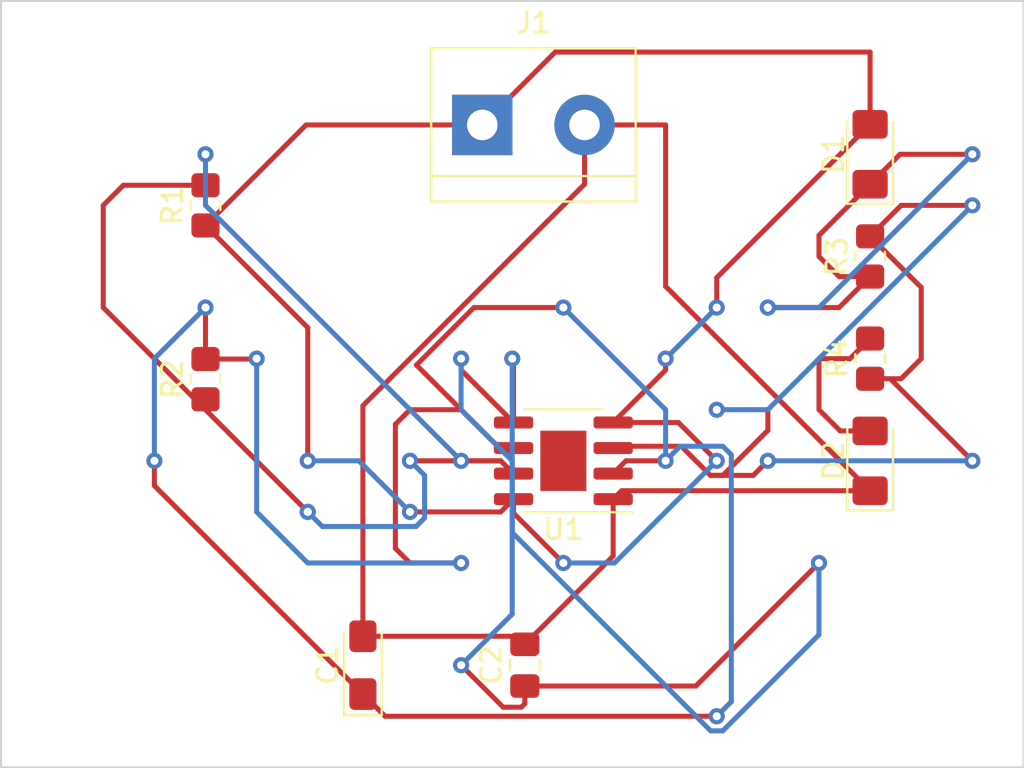
<source format=kicad_pcb>
(kicad_pcb (version 20211014) (generator pcbnew)
  (layers (0 "F.Cu" signal) (31 "B.Cu" signal) (34 "B.Paste" user) (35 "F.Paste" user) (36 "B.SilkS" user "B.Silkscreen") (37 "F.SilkS" user "F.Silkscreen") (38 "B.Mask" user) (39 "F.Mask" user) (44 "Edge.Cuts" user))
  (net 0 "")
  (net 1 "/pin_2")
  (net 2 "GND")
  (net 3 "Net-(C2-Pad1)")
  (net 4 "Net-(D1-Pad1)")
  (net 5 "+9V")
  (net 6 "Net-(D2-Pad2)")
  (net 7 "/pin_7")
  (net 8 "/pin_3")
  (footprint "Resistor_SMD:R_0805_2012Metric_Pad1.20x1.40mm_HandSolder" (layer "F.Cu") (at 144.78 83.82 90)
    (fp_text reference "R3" (at 0 -1.65 90) (layer "F.SilkS"))
    (fp_text value "1k")
    (fp_line (start -0.227064 0.735) (end 0.227064 0.735) (layer "F.SilkS") (width 0.12))
    (fp_line (start -0.227064 -0.735) (end 0.227064 -0.735) (layer "F.SilkS") (width 0.12))
    (pad "1" smd roundrect (at -1 0 90) (size 1.2 1.4) (layers "F.Cu" "F.Paste" "F.Mask") (roundrect_rratio 0.208333) (net 4 "Net-(D1-Pad1)"))
    (pad "2" smd roundrect (at 1 0 90) (size 1.2 1.4) (layers "F.Cu" "F.Paste" "F.Mask") (roundrect_rratio 0.208333) (net 8 "/pin_3"))
  )
  (footprint "Resistor_SMD:R_0805_2012Metric_Pad1.20x1.40mm_HandSolder" (layer "F.Cu") (at 144.78 88.9 90)
    (fp_text reference "R4" (at 0 -1.65 90) (layer "F.SilkS"))
    (fp_text value "1k")
    (fp_line (start -0.227064 0.735) (end 0.227064 0.735) (layer "F.SilkS") (width 0.12))
    (fp_line (start -0.227064 -0.735) (end 0.227064 -0.735) (layer "F.SilkS") (width 0.12))
    (pad "1" smd roundrect (at -1 0 90) (size 1.2 1.4) (layers "F.Cu" "F.Paste" "F.Mask") (roundrect_rratio 0.208333) (net 8 "/pin_3"))
    (pad "2" smd roundrect (at 1 0 90) (size 1.2 1.4) (layers "F.Cu" "F.Paste" "F.Mask") (roundrect_rratio 0.208333) (net 6 "Net-(D2-Pad2)"))
  )
  (footprint "Resistor_SMD:R_0805_2012Metric_Pad1.20x1.40mm_HandSolder" (layer "F.Cu") (at 111.76 81.28 90)
    (fp_text reference "R1" (at 0 -1.65 90) (layer "F.SilkS"))
    (fp_text value "1k")
    (fp_line (start -0.227064 0.735) (end 0.227064 0.735) (layer "F.SilkS") (width 0.12))
    (fp_line (start -0.227064 -0.735) (end 0.227064 -0.735) (layer "F.SilkS") (width 0.12))
    (pad "1" smd roundrect (at -1 0 90) (size 1.2 1.4) (layers "F.Cu" "F.Paste" "F.Mask") (roundrect_rratio 0.208333) (net 5 "+9V"))
    (pad "2" smd roundrect (at 1 0 90) (size 1.2 1.4) (layers "F.Cu" "F.Paste" "F.Mask") (roundrect_rratio 0.208333) (net 7 "/pin_7"))
  )
  (footprint "LED_SMD:LED_1206_3216Metric_Pad1.42x1.75mm_HandSolder" (layer "F.Cu") (at 144.78 78.74 90)
    (fp_text reference "D1" (at 0 -1.82 90) (layer "F.SilkS"))
    (fp_text value "LED")
    (fp_line (start 1.6 -1.135) (end -2.46 -1.135) (layer "F.SilkS") (width 0.12))
    (fp_line (start -2.46 -1.135) (end -2.46 1.135) (layer "F.SilkS") (width 0.12))
    (fp_line (start -2.46 1.135) (end 1.6 1.135) (layer "F.SilkS") (width 0.12))
    (pad "1" smd roundrect (at -1.4875 0 90) (size 1.425 1.75) (layers "F.Cu" "F.Paste" "F.Mask") (roundrect_rratio 0.175439) (net 4 "Net-(D1-Pad1)"))
    (pad "2" smd roundrect (at 1.4875 0 90) (size 1.425 1.75) (layers "F.Cu" "F.Paste" "F.Mask") (roundrect_rratio 0.175439) (net 5 "+9V"))
  )
  (footprint "TerminalBlock:TerminalBlock_bornier-2_P5.08mm" (layer "F.Cu") (at 125.5125 77.28125)
    (fp_text reference "J1" (at 2.54 -5.08) (layer "F.SilkS"))
    (fp_text value "Conn_01x02_Male")
    (fp_line (start 7.62 2.54) (end -2.54 2.54) (layer "F.SilkS") (width 0.12))
    (fp_line (start 7.62 3.81) (end 7.62 -3.81) (layer "F.SilkS") (width 0.12))
    (fp_line (start -2.54 3.81) (end 7.62 3.81) (layer "F.SilkS") (width 0.12))
    (fp_line (start 7.62 -3.81) (end -2.54 -3.81) (layer "F.SilkS") (width 0.12))
    (fp_line (start -2.54 -3.81) (end -2.54 3.81) (layer "F.SilkS") (width 0.12))
    (pad "1" thru_hole rect (at 0 0) (size 3 3) (drill 1.52) (layers *.Cu *.Mask) (net 5 "+9V"))
    (pad "2" thru_hole circle (at 5.08 0) (size 3 3) (drill 1.52) (layers *.Cu *.Mask) (net 2 "GND"))
  )
  (footprint "Resistor_SMD:R_0805_2012Metric_Pad1.20x1.40mm_HandSolder" (layer "F.Cu") (at 111.76 89.92 90)
    (fp_text reference "R2" (at 0 -1.65 90) (layer "F.SilkS"))
    (fp_text value "10k")
    (fp_line (start -0.227064 0.735) (end 0.227064 0.735) (layer "F.SilkS") (width 0.12))
    (fp_line (start -0.227064 -0.735) (end 0.227064 -0.735) (layer "F.SilkS") (width 0.12))
    (pad "1" smd roundrect (at -1 0 90) (size 1.2 1.4) (layers "F.Cu" "F.Paste" "F.Mask") (roundrect_rratio 0.208333) (net 7 "/pin_7"))
    (pad "2" smd roundrect (at 1 0 90) (size 1.2 1.4) (layers "F.Cu" "F.Paste" "F.Mask") (roundrect_rratio 0.208333) (net 1 "/pin_2"))
  )
  (footprint "Capacitor_Tantalum_SMD:CP_EIA-3216-18_Kemet-A_Pad1.58x1.35mm_HandSolder" (layer "F.Cu") (at 119.58 104.14 90)
    (fp_text reference "C1" (at 0 -1.75 90) (layer "F.SilkS"))
    (fp_text value "10uF")
    (fp_line (start -2.485 -0.935) (end -2.485 0.935) (layer "F.SilkS") (width 0.12))
    (fp_line (start 1.6 -0.935) (end -2.485 -0.935) (layer "F.SilkS") (width 0.12))
    (fp_line (start -2.485 0.935) (end 1.6 0.935) (layer "F.SilkS") (width 0.12))
    (pad "1" smd roundrect (at -1.4375 0 90) (size 1.575 1.35) (layers "F.Cu" "F.Paste" "F.Mask") (roundrect_rratio 0.185185) (net 1 "/pin_2"))
    (pad "2" smd roundrect (at 1.4375 0 90) (size 1.575 1.35) (layers "F.Cu" "F.Paste" "F.Mask") (roundrect_rratio 0.185185) (net 2 "GND"))
  )
  (footprint "Package_SO:SOIC-8-1EP_3.9x4.9mm_P1.27mm_EP2.29x3mm" (layer "F.Cu") (at 129.54 93.98 180)
    (fp_text reference "U1" (at 0 -3.4) (layer "F.SilkS"))
    (fp_text value "NE555D")
    (fp_line (start 0 2.56) (end -1.95 2.56) (layer "F.SilkS") (width 0.12))
    (fp_line (start 0 2.56) (end 1.95 2.56) (layer "F.SilkS") (width 0.12))
    (fp_line (start 0 -2.56) (end -3.45 -2.56) (layer "F.SilkS") (width 0.12))
    (fp_line (start 0 -2.56) (end 1.95 -2.56) (layer "F.SilkS") (width 0.12))
    (pad "1" smd roundrect (at -2.475 -1.905 180) (size 1.95 0.6) (layers "F.Cu" "F.Paste" "F.Mask") (net 2 "GND"))
    (pad "2" smd roundrect (at -2.475 -0.635 180) (size 1.95 0.6) (layers "F.Cu" "F.Paste" "F.Mask") (net 1 "/pin_2"))
    (pad "3" smd roundrect (at -2.475 0.635 180) (size 1.95 0.6) (layers "F.Cu" "F.Paste" "F.Mask") (net 8 "/pin_3"))
    (pad "4" smd roundrect (at -2.475 1.905 180) (size 1.95 0.6) (layers "F.Cu" "F.Paste" "F.Mask") (net 5 "+9V"))
    (pad "5" smd roundrect (at 2.475 1.905 180) (size 1.95 0.6) (layers "F.Cu" "F.Paste" "F.Mask") (net 3 "Net-(C2-Pad1)"))
    (pad "6" smd roundrect (at 2.475 0.635 180) (size 1.95 0.6) (layers "F.Cu" "F.Paste" "F.Mask") (net 1 "/pin_2"))
    (pad "7" smd roundrect (at 2.475 -0.635 180) (size 1.95 0.6) (layers "F.Cu" "F.Paste" "F.Mask") (net 7 "/pin_7"))
    (pad "8" smd roundrect (at 2.475 -1.905 180) (size 1.95 0.6) (layers "F.Cu" "F.Paste" "F.Mask") (net 5 "+9V"))
    (pad "9" smd rect (at 0 0 180) (size 2.29 3) (layers "F.Cu" "F.Mask"))
  )
  (footprint "Capacitor_SMD:C_0805_2012Metric_Pad1.18x1.45mm_HandSolder" (layer "F.Cu") (at 127.625 104.14 90)
    (fp_text reference "C2" (at 0 -1.68 270) (layer "F.SilkS"))
    (fp_text value "0.01uF")
    (fp_line (start -0.261252 0.735) (end 0.261252 0.735) (layer "F.SilkS") (width 0.12))
    (fp_line (start -0.261252 -0.735) (end 0.261252 -0.735) (layer "F.SilkS") (width 0.12))
    (pad "1" smd roundrect (at -1.0375 0 90) (size 1.175 1.45) (layers "F.Cu" "F.Paste" "F.Mask") (roundrect_rratio 0.212766) (net 3 "Net-(C2-Pad1)"))
    (pad "2" smd roundrect (at 1.0375 0 90) (size 1.175 1.45) (layers "F.Cu" "F.Paste" "F.Mask") (roundrect_rratio 0.212766) (net 2 "GND"))
  )
  (footprint "LED_SMD:LED_1206_3216Metric_Pad1.42x1.75mm_HandSolder" (layer "F.Cu") (at 144.78 93.98 90)
    (fp_text reference "D2" (at 0 -1.82 90) (layer "F.SilkS"))
    (fp_text value "LED")
    (fp_line (start -2.46 -1.135) (end -2.46 1.135) (layer "F.SilkS") (width 0.12))
    (fp_line (start -2.46 1.135) (end 1.6 1.135) (layer "F.SilkS") (width 0.12))
    (fp_line (start 1.6 -1.135) (end -2.46 -1.135) (layer "F.SilkS") (width 0.12))
    (pad "1" smd roundrect (at -1.4875 0 90) (size 1.425 1.75) (layers "F.Cu" "F.Paste" "F.Mask") (roundrect_rratio 0.175439) (net 2 "GND"))
    (pad "2" smd roundrect (at 1.4875 0 90) (size 1.425 1.75) (layers "F.Cu" "F.Paste" "F.Mask") (roundrect_rratio 0.175439) (net 6 "Net-(D2-Pad2)"))
  )
  (gr_rect (start 101.6 71.12) (end 152.4 109.22) (layer "Edge.Cuts") (width 0.1) (fill none))
  (segment (start 109.22 95.2175) (end 109.22 93.98) (width 0.25) (layer "F.Cu") (net 1))
  (segment (start 132.65 93.98) (end 134.62 93.98) (width 0.25) (layer "F.Cu") (net 1))
  (segment (start 121.92 91.44) (end 121.195 92.165) (width 0.25) (layer "F.Cu") (net 1))
  (segment (start 126.365 93.345) (end 124.46 91.44) (width 0.25) (layer "F.Cu") (net 1))
  (segment (start 114.28 88.92) (end 114.3 88.9) (width 0.25) (layer "F.Cu") (net 1))
  (segment (start 127.065 93.345) (end 126.365 93.345) (width 0.25) (layer "F.Cu") (net 1))
  (segment (start 124.46 91.44) (end 121.92 91.44) (width 0.25) (layer "F.Cu") (net 1))
  (segment (start 111.76 88.92) (end 114.28 88.92) (width 0.25) (layer "F.Cu") (net 1))
  (segment (start 125.096396 86.36) (end 129.54 86.36) (width 0.25) (layer "F.Cu") (net 1))
  (segment (start 127.065 93.345) (end 127 93.41) (width 0.25) (layer "F.Cu") (net 1))
  (segment (start 111.76 88.92) (end 111.76 86.36) (width 0.25) (layer "F.Cu") (net 1))
  (segment (start 119.58 105.5775) (end 109.22 95.2175) (width 0.25) (layer "F.Cu") (net 1))
  (segment (start 121.195 98.335) (end 121.92 99.06) (width 0.25) (layer "F.Cu") (net 1))
  (segment (start 132.015 94.615) (end 132.65 93.98) (width 0.25) (layer "F.Cu") (net 1))
  (segment (start 126.43 93.41) (end 122.238198 89.218198) (width 0.25) (layer "F.Cu") (net 1))
  (segment (start 121.92 99.06) (end 124.46 99.06) (width 0.25) (layer "F.Cu") (net 1))
  (segment (start 127 93.41) (end 126.43 93.41) (width 0.25) (layer "F.Cu") (net 1))
  (segment (start 119.58 105.5775) (end 120.6825 106.68) (width 0.25) (layer "F.Cu") (net 1))
  (segment (start 122.238198 89.218198) (end 125.096396 86.36) (width 0.25) (layer "F.Cu") (net 1))
  (segment (start 121.195 92.165) (end 121.195 98.335) (width 0.25) (layer "F.Cu") (net 1))
  (segment (start 120.6825 106.68) (end 137.16 106.68) (width 0.25) (layer "F.Cu") (net 1))
  (via (at 114.3 88.9) (size 0.8) (drill 0.4) (layers "F.Cu" "B.Cu") (net 1))
  (via (at 129.54 86.36) (size 0.8) (drill 0.4) (layers "F.Cu" "B.Cu") (net 1))
  (via (at 134.62 93.98) (size 0.8) (drill 0.4) (layers "F.Cu" "B.Cu") (net 1))
  (via (at 137.16 106.68) (size 0.8) (drill 0.4) (layers "F.Cu" "B.Cu") (net 1))
  (via (at 109.22 93.98) (size 0.8) (drill 0.4) (layers "F.Cu" "B.Cu") (net 1))
  (via (at 111.76 86.36) (size 0.8) (drill 0.4) (layers "F.Cu" "B.Cu") (net 1))
  (via (at 124.46 99.06) (size 0.8) (drill 0.4) (layers "F.Cu" "B.Cu") (net 1))
  (segment (start 137.460305 93.255) (end 137.885 93.679695) (width 0.25) (layer "B.Cu") (net 1))
  (segment (start 134.62 93.98) (end 135.345 93.255) (width 0.25) (layer "B.Cu") (net 1))
  (segment (start 134.62 91.44) (end 134.62 93.98) (width 0.25) (layer "B.Cu") (net 1))
  (segment (start 135.345 93.255) (end 137.460305 93.255) (width 0.25) (layer "B.Cu") (net 1))
  (segment (start 116.84 99.06) (end 114.3 96.52) (width 0.25) (layer "B.Cu") (net 1))
  (segment (start 109.22 93.98) (end 109.22 88.9) (width 0.25) (layer "B.Cu") (net 1))
  (segment (start 137.885 105.955) (end 137.16 106.68) (width 0.25) (layer "B.Cu") (net 1))
  (segment (start 124.46 99.06) (end 116.84 99.06) (width 0.25) (layer "B.Cu") (net 1))
  (segment (start 114.3 96.52) (end 114.3 88.9) (width 0.25) (layer "B.Cu") (net 1))
  (segment (start 109.22 88.9) (end 111.76 86.36) (width 0.25) (layer "B.Cu") (net 1))
  (segment (start 129.54 86.36) (end 134.62 91.44) (width 0.25) (layer "B.Cu") (net 1))
  (segment (start 137.885 93.679695) (end 137.885 105.955) (width 0.25) (layer "B.Cu") (net 1))
  (segment (start 127.225 102.7025) (end 119.58 102.7025) (width 0.25) (layer "F.Cu") (net 2))
  (segment (start 127.625 103.1025) (end 127.225 102.7025) (width 0.25) (layer "F.Cu") (net 2))
  (segment (start 119.58 91.24) (end 130.5925 80.2275) (width 0.25) (layer "F.Cu") (net 2))
  (segment (start 130.5925 80.2275) (end 130.5925 77.28125) (width 0.25) (layer "F.Cu") (net 2))
  (segment (start 134.62 85.3075) (end 144.78 95.4675) (width 0.25) (layer "F.Cu") (net 2))
  (segment (start 134.62 77.28125) (end 130.5925 77.28125) (width 0.25) (layer "F.Cu") (net 2))
  (segment (start 132.015 95.885) (end 132.015 98.7125) (width 0.25) (layer "F.Cu") (net 2))
  (segment (start 132.015 95.885) (end 132.4325 95.4675) (width 0.25) (layer "F.Cu") (net 2))
  (segment (start 119.58 102.7025) (end 119.58 91.24) (width 0.25) (layer "F.Cu") (net 2))
  (segment (start 132.4325 95.4675) (end 144.78 95.4675) (width 0.25) (layer "F.Cu") (net 2))
  (segment (start 132.015 98.7125) (end 127.625 103.1025) (width 0.25) (layer "F.Cu") (net 2))
  (segment (start 134.62 77.28125) (end 134.62 85.3075) (width 0.25) (layer "F.Cu") (net 2))
  (segment (start 130.5925 77.28125) (end 130.99875 77.28125) (width 0.25) (layer "B.Cu") (net 2))
  (segment (start 127.065 92.075) (end 124.46 89.47) (width 0.25) (layer "F.Cu") (net 3))
  (segment (start 136.1225 105.1775) (end 142.24 99.06) (width 0.25) (layer "F.Cu") (net 3))
  (segment (start 127.625 106.055) (end 127.45 106.23) (width 0.25) (layer "F.Cu") (net 3))
  (segment (start 127.45 106.23) (end 126.55 106.23) (width 0.25) (layer "F.Cu") (net 3))
  (segment (start 127.065 92.075) (end 127.065 88.965) (width 0.25) (layer "F.Cu") (net 3))
  (segment (start 124.46 89.47) (end 124.46 88.9) (width 0.25) (layer "F.Cu") (net 3))
  (segment (start 127.625 105.1775) (end 127.625 106.055) (width 0.25) (layer "F.Cu") (net 3))
  (segment (start 127.065 88.965) (end 127 88.9) (width 0.25) (layer "F.Cu") (net 3))
  (segment (start 126.55 106.23) (end 124.46 104.14) (width 0.25) (layer "F.Cu") (net 3))
  (segment (start 127.625 105.1775) (end 136.1225 105.1775) (width 0.25) (layer "F.Cu") (net 3))
  (via (at 142.24 99.06) (size 0.8) (drill 0.4) (layers "F.Cu" "B.Cu") (net 3))
  (via (at 127 88.9) (size 0.8) (drill 0.4) (layers "F.Cu" "B.Cu") (net 3))
  (via (at 124.46 104.14) (size 0.8) (drill 0.4) (layers "F.Cu" "B.Cu") (net 3))
  (via (at 124.46 88.9) (size 0.8) (drill 0.4) (layers "F.Cu" "B.Cu") (net 3))
  (segment (start 124.46 88.9) (end 124.46 91.44) (width 0.25) (layer "B.Cu") (net 3))
  (segment (start 136.859695 107.405) (end 137.460305 107.405) (width 0.25) (layer "B.Cu") (net 3))
  (segment (start 142.24 102.625305) (end 142.24 99.06) (width 0.25) (layer "B.Cu") (net 3))
  (segment (start 137.460305 107.405) (end 142.24 102.625305) (width 0.25) (layer "B.Cu") (net 3))
  (segment (start 127 97.545305) (end 136.859695 107.405) (width 0.25) (layer "B.Cu") (net 3))
  (segment (start 127 93.98) (end 127 101.6) (width 0.25) (layer "B.Cu") (net 3))
  (segment (start 124.46 91.44) (end 127 93.98) (width 0.25) (layer "B.Cu") (net 3))
  (segment (start 127 88.9) (end 127 97.545305) (width 0.25) (layer "B.Cu") (net 3))
  (segment (start 127 101.6) (end 124.46 104.14) (width 0.25) (layer "B.Cu") (net 3))
  (segment (start 144.78 84.82) (end 143.24 86.36) (width 0.25) (layer "F.Cu") (net 4))
  (segment (start 143.24 86.36) (end 139.7 86.36) (width 0.25) (layer "F.Cu") (net 4))
  (segment (start 146.2675 78.74) (end 149.86 78.74) (width 0.25) (layer "F.Cu") (net 4))
  (segment (start 144.78 80.2275) (end 142.24 82.7675) (width 0.25) (layer "F.Cu") (net 4))
  (segment (start 142.24 83.82) (end 143.24 84.82) (width 0.25) (layer "F.Cu") (net 4))
  (segment (start 144.78 80.2275) (end 146.2675 78.74) (width 0.25) (layer "F.Cu") (net 4))
  (segment (start 142.24 82.7675) (end 142.24 83.82) (width 0.25) (layer "F.Cu") (net 4))
  (segment (start 143.24 84.82) (end 144.78 84.82) (width 0.25) (layer "F.Cu") (net 4))
  (via (at 149.86 78.74) (size 0.8) (drill 0.4) (layers "F.Cu" "B.Cu") (net 4))
  (via (at 139.7 86.36) (size 0.8) (drill 0.4) (layers "F.Cu" "B.Cu") (net 4))
  (via (at 139.7 86.36) (size 0.8) (drill 0.4) (layers "F.Cu" "B.Cu") (net 4))
  (segment (start 149.86 78.74) (end 142.24 86.36) (width 0.25) (layer "B.Cu") (net 4))
  (segment (start 142.24 86.36) (end 139.7 86.36) (width 0.25) (layer "B.Cu") (net 4))
  (segment (start 132.015 92.075) (end 135.255 92.075) (width 0.25) (layer "F.Cu") (net 5))
  (segment (start 127.065 96.585) (end 129.54 99.06) (width 0.25) (layer "F.Cu") (net 5))
  (segment (start 116.75875 77.28125) (end 111.76 82.28) (width 0.25) (layer "F.Cu") (net 5))
  (segment (start 125.5125 77.28125) (end 116.75875 77.28125) (width 0.25) (layer "F.Cu") (net 5))
  (segment (start 129.13375 73.66) (end 144.78 73.66) (width 0.25) (layer "F.Cu") (net 5))
  (segment (start 144.78 77.2525) (end 144.78 73.66) (width 0.25) (layer "F.Cu") (net 5))
  (segment (start 135.255 92.075) (end 137.16 93.98) (width 0.25) (layer "F.Cu") (net 5))
  (segment (start 116.84 87.36) (end 116.84 93.98) (width 0.25) (layer "F.Cu") (net 5))
  (segment (start 127.065 95.885) (end 127.065 96.585) (width 0.25) (layer "F.Cu") (net 5))
  (segment (start 132.015 92.075) (end 134.62 89.47) (width 0.25) (layer "F.Cu") (net 5))
  (segment (start 127.065 95.885) (end 126.43 96.52) (width 0.25) (layer "F.Cu") (net 5))
  (segment (start 111.76 82.28) (end 116.84 87.36) (width 0.25) (layer "F.Cu") (net 5))
  (segment (start 144.78 77.2525) (end 137.16 84.8725) (width 0.25) (layer "F.Cu") (net 5))
  (segment (start 134.62 89.47) (end 134.62 88.9) (width 0.25) (layer "F.Cu") (net 5))
  (segment (start 126.43 96.52) (end 121.92 96.52) (width 0.25) (layer "F.Cu") (net 5))
  (segment (start 125.5125 77.28125) (end 129.13375 73.66) (width 0.25) (layer "F.Cu") (net 5))
  (segment (start 137.16 84.8725) (end 137.16 86.36) (width 0.25) (layer "F.Cu") (net 5))
  (via (at 121.92 96.52) (size 0.8) (drill 0.4) (layers "F.Cu" "B.Cu") (net 5))
  (via (at 129.54 99.06) (size 0.8) (drill 0.4) (layers "F.Cu" "B.Cu") (net 5))
  (via (at 137.16 86.36) (size 0.8) (drill 0.4) (layers "F.Cu" "B.Cu") (net 5))
  (via (at 134.62 88.9) (size 0.8) (drill 0.4) (layers "F.Cu" "B.Cu") (net 5))
  (via (at 116.84 93.98) (size 0.8) (drill 0.4) (layers "F.Cu" "B.Cu") (net 5))
  (via (at 137.16 93.98) (size 0.8) (drill 0.4) (layers "F.Cu" "B.Cu") (net 5))
  (segment (start 119.38 93.98) (end 121.92 96.52) (width 0.25) (layer "B.Cu") (net 5))
  (segment (start 134.62 88.9) (end 137.16 86.36) (width 0.25) (layer "B.Cu") (net 5))
  (segment (start 116.84 93.98) (end 119.38 93.98) (width 0.25) (layer "B.Cu") (net 5))
  (segment (start 129.54 99.06) (end 132.08 99.06) (width 0.25) (layer "B.Cu") (net 5))
  (segment (start 132.08 99.06) (end 137.16 93.98) (width 0.25) (layer "B.Cu") (net 5))
  (segment (start 142.24 91.44) (end 143.2925 92.4925) (width 0.25) (layer "F.Cu") (net 6))
  (segment (start 143.2925 92.4925) (end 144.78 92.4925) (width 0.25) (layer "F.Cu") (net 6))
  (segment (start 143.78 88.9) (end 142.24 88.9) (width 0.25) (layer "F.Cu") (net 6))
  (segment (start 144.78 87.9) (end 143.78 88.9) (width 0.25) (layer "F.Cu") (net 6))
  (segment (start 142.24 88.9) (end 142.24 91.44) (width 0.25) (layer "F.Cu") (net 6))
  (segment (start 111.76 80.28) (end 107.68 80.28) (width 0.25) (layer "F.Cu") (net 7))
  (segment (start 111.76 91.44) (end 116.84 96.52) (width 0.25) (layer "F.Cu") (net 7))
  (segment (start 126.43 93.98) (end 124.46 93.98) (width 0.25) (layer "F.Cu") (net 7))
  (segment (start 126.43 93.98) (end 124.46 93.98) (width 0.25) (layer "F.Cu") (net 7))
  (segment (start 124.46 93.98) (end 121.92 93.98) (width 0.25) (layer "F.Cu") (net 7))
  (segment (start 106.68 81.28) (end 106.68 86.36) (width 0.25) (layer "F.Cu") (net 7))
  (segment (start 106.68 86.36) (end 111.76 91.44) (width 0.25) (layer "F.Cu") (net 7))
  (segment (start 111.76 90.92) (end 111.76 91.44) (width 0.25) (layer "F.Cu") (net 7))
  (segment (start 127.065 94.615) (end 126.43 93.98) (width 0.25) (layer "F.Cu") (net 7))
  (segment (start 107.68 80.28) (end 106.68 81.28) (width 0.25) (layer "F.Cu") (net 7))
  (segment (start 111.76 80.28) (end 111.76 78.74) (width 0.25) (layer "F.Cu") (net 7))
  (via (at 111.76 78.74) (size 0.8) (drill 0.4) (layers "F.Cu" "B.Cu") (net 7))
  (via (at 116.84 96.52) (size 0.8) (drill 0.4) (layers "F.Cu" "B.Cu") (net 7))
  (via (at 124.46 93.98) (size 0.8) (drill 0.4) (layers "F.Cu" "B.Cu") (net 7))
  (via (at 121.92 93.98) (size 0.8) (drill 0.4) (layers "F.Cu" "B.Cu") (net 7))
  (via (at 116.84 96.52) (size 0.8) (drill 0.4) (layers "F.Cu" "B.Cu") (net 7))
  (via (at 121.92 93.98) (size 0.8) (drill 0.4) (layers "F.Cu" "B.Cu") (net 7))
  (segment (start 111.76 81.28) (end 111.76 78.74) (width 0.25) (layer "B.Cu") (net 7))
  (segment (start 124.46 93.98) (end 111.76 81.28) (width 0.25) (layer "B.Cu") (net 7))
  (segment (start 122.645 94.705) (end 121.92 93.98) (width 0.25) (layer "B.Cu") (net 7))
  (segment (start 122.220305 97.245) (end 122.645 96.820305) (width 0.25) (layer "B.Cu") (net 7))
  (segment (start 122.645 96.820305) (end 122.645 94.705) (width 0.25) (layer "B.Cu") (net 7))
  (segment (start 117.565 97.245) (end 122.220305 97.245) (width 0.25) (layer "B.Cu") (net 7))
  (segment (start 116.84 96.52) (end 117.565 97.245) (width 0.25) (layer "B.Cu") (net 7))
  (segment (start 147.32 85.36) (end 147.32 88.9) (width 0.25) (layer "F.Cu") (net 8))
  (segment (start 136.8475 94.705) (end 137.460305 94.705) (width 0.25) (layer "F.Cu") (net 8))
  (segment (start 132.015 93.345) (end 132.08 93.41) (width 0.25) (layer "F.Cu") (net 8))
  (segment (start 144.78 82.82) (end 147.32 85.36) (width 0.25) (layer "F.Cu") (net 8))
  (segment (start 132.105 93.255) (end 135.3975 93.255) (width 0.25) (layer "F.Cu") (net 8))
  (segment (start 144.78 82.82) (end 146.32 81.28) (width 0.25) (layer "F.Cu") (net 8))
  (segment (start 147.32 88.9) (end 146.32 89.9) (width 0.25) (layer "F.Cu") (net 8))
  (segment (start 144.78 89.9) (end 145.78 89.9) (width 0.25) (layer "F.Cu") (net 8))
  (segment (start 146.32 89.9) (end 144.78 89.9) (width 0.25) (layer "F.Cu") (net 8))
  (segment (start 138.975 94.705) (end 139.7 93.98) (width 0.25) (layer "F.Cu") (net 8))
  (segment (start 146.32 81.28) (end 149.86 81.28) (width 0.25) (layer "F.Cu") (net 8))
  (segment (start 137.460305 94.705) (end 139.7 92.465305) (width 0.25) (layer "F.Cu") (net 8))
  (segment (start 136.8475 94.705) (end 138.975 94.705) (width 0.25) (layer "F.Cu") (net 8))
  (segment (start 145.78 89.9) (end 149.86 93.98) (width 0.25) (layer "F.Cu") (net 8))
  (segment (start 135.3975 93.255) (end 136.8475 94.705) (width 0.25) (layer "F.Cu") (net 8))
  (segment (start 139.7 91.44) (end 137.16 91.44) (width 0.25) (layer "F.Cu") (net 8))
  (segment (start 139.7 92.465305) (end 139.7 91.44) (width 0.25) (layer "F.Cu") (net 8))
  (via (at 139.7 93.98) (size 0.8) (drill 0.4) (layers "F.Cu" "B.Cu") (net 8))
  (via (at 149.86 81.28) (size 0.8) (drill 0.4) (layers "F.Cu" "B.Cu") (net 8))
  (via (at 137.16 91.44) (size 0.8) (drill 0.4) (layers "F.Cu" "B.Cu") (net 8))
  (via (at 149.86 93.98) (size 0.8) (drill 0.4) (layers "F.Cu" "B.Cu") (net 8))
  (segment (start 139.7 91.44) (end 137.16 91.44) (width 0.25) (layer "B.Cu") (net 8))
  (segment (start 149.86 81.28) (end 139.7 91.44) (width 0.25) (layer "B.Cu") (net 8))
  (segment (start 149.86 93.98) (end 139.7 93.98) (width 0.25) (layer "B.Cu") (net 8))
)
</source>
